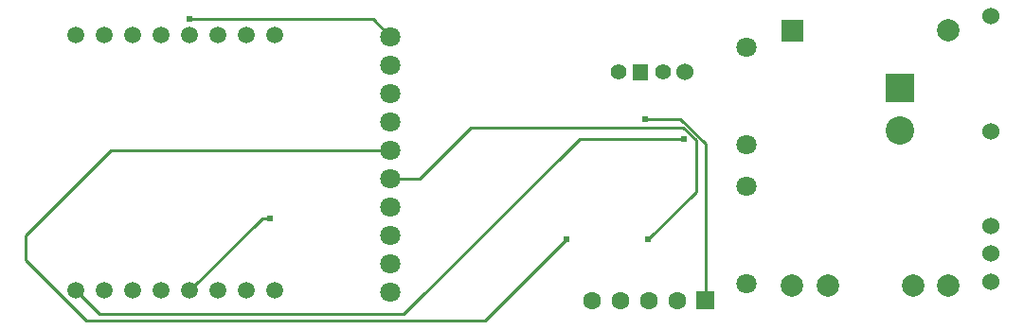
<source format=gbl>
G04 Layer: BottomLayer*
G04 EasyEDA Pro v1.7.24, 2022-06-27 14:19:48*
G04 Gerber Generator version 0.3*
G04 Scale: 100 percent, Rotated: No, Reflected: No*
G04 Dimensions in millimeters*
G04 Leading zeros omitted, absolute positions, 3 integers and 3 decimals*
%FSLAX33Y33*%
%MOMM*%
%ADD10C,1.507998*%
%ADD11C,1.799996*%
%ADD12C,1.524*%
%ADD13C,1.999996*%
%ADD14C,2.54*%
%ADD15C,1.6002*%
%ADD16C,1.399997*%
%ADD17C,0.6096*%
%ADD18C,0.254*%
G75*


G04 Pad Start*
G54D10*
G01X21844Y70104D03*
G01X24384Y70104D03*
G01X26924Y70104D03*
G01X29464Y70104D03*
G01X32004Y70104D03*
G01X34544Y70104D03*
G01X37084Y70104D03*
G01X21844Y47244D03*
G01X24384Y47244D03*
G01X26924Y47244D03*
G01X29464Y47244D03*
G01X32004Y47244D03*
G01X34544Y47244D03*
G01X37084Y47244D03*
G01X19304Y70104D03*
G01X19304Y47244D03*
G54D11*
G01X79248Y68994D03*
G01X79248Y60294D03*
G01X79211Y47871D03*
G01X79211Y56571D03*
G01X47392Y47117D03*
G01X47392Y49657D03*
G01X47392Y52197D03*
G01X47392Y54737D03*
G01X47392Y57277D03*
G01X47392Y59817D03*
G01X47392Y62357D03*
G01X47392Y64897D03*
G01X47392Y67437D03*
G01X47392Y69977D03*
G54D12*
G01X101092Y61525D03*
G01X101092Y71825D03*
G36*
G01X84298Y71517D02*
G01X82298Y71517D01*
G01Y69517D01*
G01X84298D01*
G01Y71517D01*
G37*
G54D13*
G01X83298Y47657D03*
G01X97268Y47657D03*
G01X97268Y70517D03*
G01X94093Y47657D03*
G01X86473Y47657D03*
G36*
G01X91694Y64135D02*
G01X94234Y64135D01*
G01Y66675D01*
G01X91694D01*
G01Y64135D01*
G37*
G54D14*
G01X92964Y61595D03*
G54D12*
G01X101092Y53046D03*
G01X101092Y50546D03*
G01X101092Y48046D03*
G54D15*
G01X70463Y46355D03*
G01X73003Y46355D03*
G36*
G01X74743Y47155D02*
G01X74743Y45555D01*
G01X76343D01*
G01Y47155D01*
G01X74743D01*
G37*
G01X65383Y46355D03*
G01X67923Y46355D03*
G54D12*
G01X73739Y66802D03*
G54D16*
G01X71739Y66802D03*
G36*
G01X70439Y66102D02*
G01X70439Y67502D01*
G01X69039D01*
G01Y66102D01*
G01X70439D01*
G37*
G01X67739Y66802D03*
G04 Pad End*

G04 Via Start*
G54D17*
G01X29464Y71553D03*
G01X70130Y62629D03*
G01X73641Y60829D03*
G01X70417Y51824D03*
G01X63082Y51824D03*
G01X36589Y53719D03*
G04 Via End*

G04 Track Start*
G54D18*
G01X47392Y69977D02*
G01X45815Y71553D01*
G01X29464D01*
G01X75543Y46355D02*
G01X75543Y60401D01*
G01X73314Y62629D01*
G01X70130D01*
G01X19304Y47244D02*
G01X21405Y45143D01*
G01X48583D01*
G01X64269Y60829D01*
G01X73641D01*
G01X47392Y57277D02*
G01X50013Y57277D01*
G01X54555Y61818D01*
G01X73566D01*
G01X74681Y60704D01*
G01Y56088D01*
G01X70417Y51824D01*
G01X47392Y59817D02*
G01X22433Y59817D01*
G01X14796Y52180D01*
G01Y49945D01*
G01X20198Y44543D01*
G01X55801D01*
G01X63082Y51824D01*
G01X29464Y47244D02*
G01X35939Y53719D01*
G01X36589D01*
G04 Track End*

M02*

</source>
